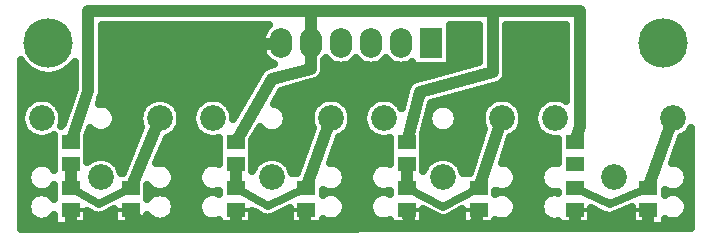
<source format=gbl>
G04 DipTrace 3.2.0.1*
G04 WellMonitor.gbl*
%MOIN*%
G04 #@! TF.FileFunction,Copper,L2,Bot*
G04 #@! TF.Part,Single*
G04 #@! TA.AperFunction,Conductor*
%ADD13C,0.04*%
G04 #@! TA.AperFunction,CopperBalancing*
%ADD14C,0.025*%
G04 #@! TA.AperFunction,Conductor*
%ADD16C,0.008*%
G04 #@! TA.AperFunction,CopperBalancing*
%ADD17C,0.013*%
%ADD19R,0.059055X0.051181*%
G04 #@! TA.AperFunction,ComponentPad*
%ADD20C,0.085984*%
%ADD21R,0.074803X0.098425*%
%ADD22O,0.074803X0.098425*%
G04 #@! TA.AperFunction,ViaPad*
%ADD26C,0.165*%
%FSLAX26Y26*%
G04*
G70*
G90*
G75*
G01*
G04 Bottom*
%LPD*%
X593701Y716103D2*
D13*
X652061Y883748D1*
Y1149807D1*
X1393701D1*
X1999876D1*
X2289820D1*
Y766470D1*
X2273701Y716103D1*
X1713701D2*
X1758036Y881563D1*
X1999876Y946364D1*
Y1149807D1*
X1143701Y716103D2*
X1264230Y924864D1*
X1392373Y959200D1*
X1393701Y1043701D1*
Y1149807D1*
X1953701Y561103D2*
X2030551Y793347D1*
X1713701Y561103D2*
Y641299D1*
Y561103D2*
D14*
X1834206Y498852D1*
X1953701Y561103D1*
X1378701D2*
D13*
X1460551Y793347D1*
X1143701Y641299D2*
Y561103D1*
D14*
X1249416Y500067D1*
X1378701Y561103D1*
X2518701D2*
D13*
X2600551Y793347D1*
X2273701Y561103D2*
D14*
X2389595Y506660D1*
X2518701Y561103D1*
X1293701Y1043701D2*
D13*
X966458Y1011067D1*
X956065Y451128D1*
X900851Y435538D1*
X854730D1*
X796268Y469316D1*
X792370Y492701D1*
X793701Y486299D1*
X593701D2*
Y433454D1*
X793701D1*
Y486299D1*
X2518701D2*
Y435538D1*
X2273701D1*
X1940826D1*
X1723462D1*
X1370273D1*
X1143701D1*
X900851D1*
X2273701Y486299D2*
Y435538D1*
X1953701Y486299D2*
X1940826Y435538D1*
X1713701Y486299D2*
X1723462Y435538D1*
X1378701Y486299D2*
X1370273Y435538D1*
X1143701Y486299D2*
Y435538D1*
X793701Y561103D2*
D16*
X890551Y793347D1*
X593701Y641299D2*
Y561103D1*
X793701D2*
D13*
X890551Y793347D1*
X593701Y561103D2*
D14*
X686488Y507007D1*
X793701Y561103D1*
X593701Y641299D2*
D13*
Y561103D1*
D26*
X518701Y1043701D3*
X2568701D3*
X700075Y1086595D2*
D14*
X1236532D1*
X1859098D2*
X1951883D1*
X2047885D2*
X2241827D1*
X700075Y1061726D2*
X1228601D1*
X1859098D2*
X1951883D1*
X2047885D2*
X2241827D1*
X700075Y1036857D2*
X1228314D1*
X1859098D2*
X1951883D1*
X2047885D2*
X2241827D1*
X700075Y1011988D2*
X1231544D1*
X1859098D2*
X1951883D1*
X2047885D2*
X2241827D1*
X700075Y987120D2*
X1247010D1*
X1859098D2*
X1951883D1*
X2047885D2*
X2241827D1*
X428934Y962251D2*
X445285D1*
X700075D2*
X1235814D1*
X1440438D2*
X1880868D1*
X2047885D2*
X2241827D1*
X428934Y937382D2*
X497210D1*
X540175D2*
X604073D1*
X700075D2*
X1216401D1*
X1434804D2*
X1788072D1*
X2046988D2*
X2241827D1*
X428934Y912513D2*
X604073D1*
X700075D2*
X1202047D1*
X1396444D2*
X1722188D1*
X2032778D2*
X2241827D1*
X428898Y887645D2*
X602745D1*
X700075D2*
X1187693D1*
X1303611D2*
X1710059D1*
X1959036D2*
X2241827D1*
X428898Y862776D2*
X594097D1*
X695446D2*
X1173340D1*
X1283408D2*
X1703385D1*
X1866204D2*
X2241827D1*
X428898Y837907D2*
X442343D1*
X551371D2*
X585413D1*
X716869D2*
X836028D1*
X945056D2*
X1012327D1*
X1121356D2*
X1158986D1*
X1286889D2*
X1406049D1*
X1515077D2*
X1582348D1*
X1795942D2*
X1810535D1*
X1856874D2*
X1976033D1*
X2085061D2*
X2152332D1*
X741198Y813038D2*
X822464D1*
X958657D2*
X998763D1*
X1311219D2*
X1392448D1*
X1528641D2*
X1568747D1*
X1881203D2*
X1962469D1*
X2098661D2*
X2138768D1*
X745038Y788170D2*
X819773D1*
X961348D2*
X996072D1*
X1315058D2*
X1389757D1*
X1531332D2*
X1566056D1*
X1885043D2*
X1959742D1*
X2101353D2*
X2136041D1*
X735062Y763301D2*
X826232D1*
X954602D2*
X1002818D1*
X1305047D2*
X1396503D1*
X1524586D2*
X1572802D1*
X1775955D2*
X1792342D1*
X1875067D2*
X1966488D1*
X2094606D2*
X2142787D1*
X428862Y738432D2*
X453431D1*
X652170D2*
X815861D1*
X933968D2*
X1023415D1*
X1211640D2*
X1390439D1*
X1503989D2*
X1593400D1*
X1771218D2*
X1961966D1*
X2073973D2*
X2163420D1*
X2643993D2*
X2658514D1*
X428827Y713563D2*
X536180D1*
X651237D2*
X805491D1*
X909065D2*
X1086177D1*
X1201234D2*
X1381683D1*
X1483176D2*
X1656161D1*
X1771218D2*
X1953713D1*
X2054560D2*
X2216170D1*
X2623180D2*
X2658514D1*
X428827Y688694D2*
X536180D1*
X651237D2*
X795120D1*
X898694D2*
X1086177D1*
X1201234D2*
X1372927D1*
X1474420D2*
X1656161D1*
X1771218D2*
X1945496D1*
X2046342D2*
X2216170D1*
X2614425D2*
X2658478D1*
X428827Y663826D2*
X536180D1*
X651237D2*
X678640D1*
X708759D2*
X784750D1*
X888324D2*
X1086177D1*
X1201234D2*
X1248625D1*
X1278779D2*
X1364172D1*
X1465664D2*
X1656161D1*
X1771218D2*
X1818645D1*
X1848764D2*
X1937278D1*
X2038125D2*
X2216170D1*
X2605633D2*
X2658478D1*
X428791Y638957D2*
X469651D1*
X749954D2*
X774379D1*
X917749D2*
X1039635D1*
X1319939D2*
X1355380D1*
X1487769D2*
X1609655D1*
X1889959D2*
X1929025D1*
X2057753D2*
X2179640D1*
X2627738D2*
X2658478D1*
X428791Y614088D2*
X448479D1*
X938920D2*
X1018499D1*
X1332390D2*
X1346624D1*
X1508905D2*
X1588484D1*
X1902411D2*
X1920807D1*
X2078925D2*
X2158504D1*
X428791Y589219D2*
X445788D1*
X941648D2*
X1015772D1*
X1511632D2*
X1585757D1*
X2081616D2*
X2155777D1*
X428755Y564351D2*
X457199D1*
X930200D2*
X1027219D1*
X1500185D2*
X1597204D1*
X2070205D2*
X2167224D1*
X2640190D2*
X2658443D1*
X428755Y539482D2*
X467928D1*
X919471D2*
X1037913D1*
X1489491D2*
X1607933D1*
X2059476D2*
X2177917D1*
X2629460D2*
X2658407D1*
X428755Y514613D2*
X448084D1*
X939315D2*
X1018105D1*
X1509299D2*
X1588089D1*
X2079320D2*
X2158109D1*
X428719Y489744D2*
X445931D1*
X941468D2*
X1015952D1*
X1511452D2*
X1585936D1*
X2081473D2*
X2155956D1*
X428719Y464876D2*
X458132D1*
X651237D2*
X736163D1*
X929267D2*
X1028152D1*
X1201234D2*
X1232584D1*
X1266256D2*
X1321182D1*
X1499252D2*
X1598137D1*
X1771218D2*
X1814698D1*
X1853716D2*
X1896191D1*
X2069272D2*
X2168157D1*
X2331227D2*
X2461187D1*
X2639257D2*
X2658371D1*
X428719Y440007D2*
X536180D1*
X651237D2*
X736163D1*
X851219D2*
X1086177D1*
X1201234D2*
X1321182D1*
X1436239D2*
X1656161D1*
X1771218D2*
X1896191D1*
X2011212D2*
X2216170D1*
X2331227D2*
X2461187D1*
X2576244D2*
X2658371D1*
X848729Y570747D2*
Y523833D1*
X853199Y529973D1*
X858649Y535424D1*
X864885Y539955D1*
X871753Y543454D1*
X879084Y545836D1*
X886697Y547042D1*
X894405D1*
X902019Y545836D1*
X909350Y543454D1*
X916218Y539955D1*
X922454Y535424D1*
X927904Y529973D1*
X932435Y523737D1*
X935934Y516869D1*
X938316Y509538D1*
X939522Y501925D1*
Y494217D1*
X938316Y486604D1*
X935934Y479273D1*
X932435Y472405D1*
X927904Y466169D1*
X922454Y460718D1*
X916218Y456188D1*
X909350Y452688D1*
X902019Y450306D1*
X894405Y449100D1*
X886697D1*
X879084Y450306D1*
X871753Y452688D1*
X864885Y456188D1*
X858649Y460718D1*
X853199Y466169D1*
X848727Y472317D1*
X848729Y435209D1*
X738673D1*
Y490779D1*
X700892Y471842D1*
X695214Y470022D1*
X689320Y469112D1*
X683358Y469136D1*
X677472Y470092D1*
X671808Y471957D1*
X659413Y478805D1*
X648718Y485041D1*
X648729Y435209D1*
X538674D1*
Y472306D1*
X534203Y466169D1*
X528753Y460718D1*
X522517Y456188D1*
X515649Y452688D1*
X508318Y450306D1*
X500705Y449100D1*
X492997D1*
X485383Y450306D1*
X478052Y452688D1*
X471184Y456188D1*
X464948Y460718D1*
X459498Y466169D1*
X454967Y472405D1*
X451468Y479273D1*
X449086Y486604D1*
X447880Y494217D1*
Y501925D1*
X449086Y509538D1*
X451468Y516869D1*
X454967Y523737D1*
X459498Y529973D1*
X464948Y535424D1*
X471184Y539955D1*
X478052Y543454D1*
X485383Y545836D1*
X492997Y547042D1*
X500705D1*
X508318Y545836D1*
X515649Y543454D1*
X522517Y539955D1*
X528753Y535424D1*
X534203Y529973D1*
X538675Y523825D1*
X538674Y570764D1*
X534203Y564594D1*
X528753Y559144D1*
X522517Y554613D1*
X515649Y551113D1*
X508318Y548731D1*
X500705Y547526D1*
X492997D1*
X485383Y548731D1*
X478052Y551113D1*
X471184Y554613D1*
X464948Y559144D1*
X459498Y564594D1*
X454967Y570830D1*
X451468Y577698D1*
X449086Y585029D1*
X447880Y592642D1*
Y600350D1*
X449086Y607964D1*
X451468Y615294D1*
X454967Y622162D1*
X459498Y628398D1*
X464948Y633849D1*
X471184Y638380D1*
X478052Y641879D1*
X485383Y644261D1*
X492997Y645467D1*
X500705D1*
X508318Y644261D1*
X515649Y641879D1*
X522517Y638380D1*
X528753Y633849D1*
X534203Y628398D1*
X538675Y622250D1*
X538674Y739113D1*
X532638Y734948D1*
X523061Y730068D1*
X512840Y726747D1*
X502224Y725066D1*
X491477D1*
X480861Y726747D1*
X470640Y730068D1*
X461064Y734948D1*
X452369Y741265D1*
X444769Y748865D1*
X438451Y757560D1*
X433572Y767136D1*
X430251Y777358D1*
X428570Y787973D1*
Y798720D1*
X430251Y809336D1*
X433572Y819557D1*
X438451Y829134D1*
X444769Y837829D1*
X452369Y845428D1*
X461064Y851746D1*
X470640Y856625D1*
X480861Y859946D1*
X491477Y861628D1*
X502224D1*
X512840Y859946D1*
X523061Y856625D1*
X532638Y851746D1*
X541333Y845428D1*
X548932Y837829D1*
X555250Y829134D1*
X560129Y819557D1*
X563450Y809336D1*
X565132Y798720D1*
Y787973D1*
X563450Y777358D1*
X560151Y767195D1*
X565831Y774440D1*
X606567Y891460D1*
X606560Y980887D1*
X600825Y973561D1*
X595069Y967333D1*
X588841Y961577D1*
X582182Y956327D1*
X575131Y951616D1*
X567732Y947472D1*
X560031Y943922D1*
X552075Y940987D1*
X543913Y938685D1*
X535596Y937031D1*
X527175Y936034D1*
X518701Y935701D1*
X510227Y936034D1*
X501806Y937031D1*
X493489Y938685D1*
X485327Y940987D1*
X477371Y943922D1*
X469670Y947472D1*
X462271Y951616D1*
X455220Y956327D1*
X448561Y961577D1*
X442333Y967333D1*
X436577Y973561D1*
X431327Y980220D1*
X426470Y987531D1*
X426204Y426175D1*
X2660870Y426201D1*
X2661019Y761193D1*
X2655963Y753088D1*
X2648983Y744915D1*
X2640810Y737935D1*
X2631646Y732320D1*
X2626467Y729959D1*
X2596697Y645467D1*
X2604405D1*
X2612019Y644261D1*
X2619350Y641879D1*
X2626218Y638380D1*
X2632454Y633849D1*
X2637904Y628398D1*
X2642435Y622162D1*
X2645934Y615294D1*
X2648316Y607964D1*
X2649522Y600350D1*
Y592642D1*
X2648316Y585029D1*
X2645934Y577698D1*
X2642435Y570830D1*
X2637904Y564594D1*
X2632454Y559144D1*
X2626218Y554613D1*
X2619350Y551113D1*
X2612019Y548731D1*
X2604405Y547526D1*
X2596697D1*
X2589084Y548731D1*
X2581753Y551113D1*
X2574885Y554613D1*
X2573720Y555391D1*
X2573729Y539240D1*
X2578250Y541839D1*
X2585372Y544789D1*
X2592867Y546588D1*
X2600551Y547193D1*
X2608236Y546588D1*
X2615731Y544789D1*
X2622852Y541839D1*
X2629425Y537812D1*
X2635286Y532806D1*
X2640292Y526944D1*
X2644319Y520372D1*
X2647269Y513251D1*
X2649069Y505755D1*
X2649673Y498071D1*
X2649069Y490387D1*
X2647269Y482892D1*
X2644319Y475770D1*
X2640292Y469198D1*
X2635286Y463337D1*
X2629425Y458331D1*
X2622852Y454303D1*
X2615731Y451353D1*
X2608236Y449554D1*
X2600551Y448949D1*
X2592867Y449554D1*
X2585372Y451353D1*
X2578250Y454303D1*
X2573720Y456966D1*
X2573729Y435209D1*
X2463674D1*
Y496664D1*
X2401567Y470595D1*
X2395778Y469167D1*
X2389836Y468661D1*
X2383889Y469091D1*
X2378082Y470446D1*
X2365123Y476172D1*
X2328714Y493276D1*
X2328729Y435209D1*
X2218674D1*
Y450388D1*
X2210705Y449100D1*
X2202997D1*
X2195383Y450306D1*
X2188052Y452688D1*
X2181184Y456188D1*
X2174948Y460718D1*
X2169498Y466169D1*
X2164967Y472405D1*
X2161468Y479273D1*
X2159086Y486604D1*
X2157880Y494217D1*
Y501925D1*
X2159086Y509538D1*
X2161468Y516869D1*
X2164967Y523737D1*
X2169498Y529973D1*
X2174948Y535424D1*
X2181184Y539955D1*
X2188052Y543454D1*
X2195383Y545836D1*
X2202997Y547042D1*
X2210705D1*
X2218680Y545734D1*
X2218674Y548803D1*
X2210705Y547526D1*
X2202997D1*
X2195383Y548731D1*
X2188052Y551113D1*
X2181184Y554613D1*
X2174948Y559144D1*
X2169498Y564594D1*
X2164967Y570830D1*
X2161468Y577698D1*
X2159086Y585029D1*
X2157880Y592642D1*
Y600350D1*
X2159086Y607964D1*
X2161468Y615294D1*
X2164967Y622162D1*
X2169498Y628398D1*
X2174948Y633849D1*
X2181184Y638380D1*
X2188052Y641879D1*
X2195383Y644261D1*
X2202997Y645467D1*
X2210705D1*
X2218680Y644159D1*
X2218674Y725907D1*
X2212224Y725066D1*
X2201477D1*
X2190861Y726747D1*
X2180640Y730068D1*
X2171064Y734948D1*
X2162369Y741265D1*
X2154769Y748865D1*
X2148451Y757560D1*
X2143572Y767136D1*
X2140251Y777358D1*
X2138570Y787973D1*
Y798720D1*
X2140251Y809336D1*
X2143572Y819557D1*
X2148451Y829134D1*
X2154769Y837829D1*
X2162369Y845428D1*
X2171064Y851746D1*
X2180640Y856625D1*
X2190861Y859946D1*
X2201477Y861628D1*
X2212224D1*
X2222840Y859946D1*
X2233061Y856625D1*
X2242638Y851746D1*
X2244332Y850614D1*
X2244320Y1104320D1*
X2045341Y1104307D1*
X2045376Y946364D1*
X2044816Y939246D1*
X2043149Y932303D1*
X2040416Y925707D1*
X2036686Y919619D1*
X2032049Y914190D1*
X2026620Y909553D1*
X2020532Y905823D1*
X2013922Y903087D1*
X1795191Y844414D1*
X1768727Y745664D1*
X1768729Y618146D1*
X1772674Y627591D1*
X1778290Y636755D1*
X1785270Y644928D1*
X1793442Y651908D1*
X1802606Y657523D1*
X1812536Y661636D1*
X1822986Y664145D1*
X1833701Y664988D1*
X1844416Y664145D1*
X1854866Y661636D1*
X1864796Y657523D1*
X1873960Y651908D1*
X1882132Y644928D1*
X1889112Y636755D1*
X1894728Y627591D1*
X1898841Y617662D1*
X1900362Y612176D1*
X1922680Y612193D1*
X1971278Y759054D1*
X1967273Y767136D1*
X1963952Y777358D1*
X1962270Y787973D1*
Y798720D1*
X1963952Y809336D1*
X1967273Y819557D1*
X1972152Y829134D1*
X1978470Y837829D1*
X1986069Y845428D1*
X1994764Y851746D1*
X2004341Y856625D1*
X2014562Y859946D1*
X2025178Y861628D1*
X2035925D1*
X2046541Y859946D1*
X2056762Y856625D1*
X2066338Y851746D1*
X2075033Y845428D1*
X2082633Y837829D1*
X2088951Y829134D1*
X2093830Y819557D1*
X2097151Y809336D1*
X2098832Y798720D1*
Y787973D1*
X2097151Y777358D1*
X2093830Y767136D1*
X2088951Y757560D1*
X2082633Y748865D1*
X2075033Y741265D1*
X2066338Y734948D1*
X2057697Y730499D1*
X2029591Y645610D1*
X2038236Y645014D1*
X2045731Y643214D1*
X2052852Y640264D1*
X2059425Y636237D1*
X2065286Y631231D1*
X2070292Y625369D1*
X2074319Y618797D1*
X2077269Y611676D1*
X2079069Y604181D1*
X2079673Y596496D1*
X2079069Y588812D1*
X2077269Y581317D1*
X2074319Y574195D1*
X2070292Y567623D1*
X2065286Y561762D1*
X2059425Y556756D1*
X2052852Y552728D1*
X2045731Y549778D1*
X2038236Y547979D1*
X2030551Y547374D1*
X2022867Y547979D1*
X2015372Y549778D1*
X2008729Y552507D1*
Y542111D1*
X2015372Y544789D1*
X2022867Y546588D1*
X2030551Y547193D1*
X2038236Y546588D1*
X2045731Y544789D1*
X2052852Y541839D1*
X2059425Y537812D1*
X2065286Y532806D1*
X2070292Y526944D1*
X2074319Y520372D1*
X2077269Y513251D1*
X2079069Y505755D1*
X2079673Y498071D1*
X2079069Y490387D1*
X2077269Y482892D1*
X2074319Y475770D1*
X2070292Y469198D1*
X2065286Y463337D1*
X2059425Y458331D1*
X2052852Y454303D1*
X2045731Y451353D1*
X2038236Y449554D1*
X2030551Y448949D1*
X2022867Y449554D1*
X2015372Y451353D1*
X2008729Y454082D1*
Y435209D1*
X1898674D1*
Y489588D1*
X1849065Y463877D1*
X1843410Y461983D1*
X1837530Y460997D1*
X1831567Y460944D1*
X1825669Y461823D1*
X1819982Y463615D1*
X1800442Y473523D1*
X1768720Y489910D1*
X1768729Y435209D1*
X1658674D1*
Y454062D1*
X1652030Y451353D1*
X1644535Y449554D1*
X1636851Y448949D1*
X1629166Y449554D1*
X1621671Y451353D1*
X1614550Y454303D1*
X1607977Y458331D1*
X1602116Y463337D1*
X1597110Y469198D1*
X1593083Y475770D1*
X1590133Y482892D1*
X1588333Y490387D1*
X1587729Y498071D1*
X1588333Y505755D1*
X1590133Y513251D1*
X1593083Y520372D1*
X1597110Y526944D1*
X1602116Y532806D1*
X1607977Y537812D1*
X1614550Y541839D1*
X1621671Y544789D1*
X1629166Y546588D1*
X1636851Y547193D1*
X1644535Y546588D1*
X1652030Y544789D1*
X1658673Y542060D1*
X1658674Y552463D1*
X1652030Y549778D1*
X1644535Y547979D1*
X1636851Y547374D1*
X1629166Y547979D1*
X1621671Y549778D1*
X1614550Y552728D1*
X1607977Y556756D1*
X1602116Y561762D1*
X1597110Y567623D1*
X1593083Y574195D1*
X1590133Y581317D1*
X1588333Y588812D1*
X1587729Y596496D1*
X1588333Y604181D1*
X1590133Y611676D1*
X1593083Y618797D1*
X1597110Y625369D1*
X1602116Y631231D1*
X1607977Y636237D1*
X1614550Y640264D1*
X1621671Y643214D1*
X1629166Y645014D1*
X1636851Y645618D1*
X1644535Y645014D1*
X1652030Y643214D1*
X1658673Y640485D1*
Y728419D1*
X1652840Y726747D1*
X1642224Y725066D1*
X1631477D1*
X1620861Y726747D1*
X1610640Y730068D1*
X1601064Y734948D1*
X1592369Y741265D1*
X1584769Y748865D1*
X1578451Y757560D1*
X1573572Y767136D1*
X1570251Y777358D1*
X1568570Y787973D1*
Y798720D1*
X1570251Y809336D1*
X1573572Y819557D1*
X1578451Y829134D1*
X1584769Y837829D1*
X1592369Y845428D1*
X1601064Y851746D1*
X1610640Y856625D1*
X1620861Y859946D1*
X1631477Y861628D1*
X1642224D1*
X1652840Y859946D1*
X1663061Y856625D1*
X1672638Y851746D1*
X1681333Y845428D1*
X1688932Y837829D1*
X1695250Y829134D1*
X1696348Y827172D1*
X1714409Y894486D1*
X1716968Y901152D1*
X1720538Y907335D1*
X1725031Y912883D1*
X1730337Y917661D1*
X1736325Y921550D1*
X1742847Y924454D1*
X1772879Y932646D1*
X1954402Y981284D1*
X1954375Y1104290D1*
X1856590Y1104307D1*
X1856603Y968988D1*
X1730800D1*
X1730674Y981002D1*
X1722258Y975844D1*
X1713139Y972067D1*
X1703541Y969763D1*
X1693701Y968988D1*
X1683861Y969763D1*
X1674263Y972067D1*
X1665144Y975844D1*
X1656728Y981002D1*
X1649223Y987412D1*
X1643732Y993751D1*
X1638179Y987412D1*
X1630674Y981002D1*
X1622258Y975844D1*
X1613139Y972067D1*
X1603541Y969763D1*
X1593701Y968988D1*
X1583861Y969763D1*
X1574263Y972067D1*
X1565144Y975844D1*
X1556728Y981002D1*
X1549223Y987412D1*
X1543732Y993751D1*
X1538179Y987412D1*
X1530674Y981002D1*
X1522258Y975844D1*
X1513139Y972067D1*
X1503541Y969763D1*
X1493701Y968988D1*
X1483861Y969763D1*
X1474263Y972067D1*
X1465144Y975844D1*
X1456728Y981002D1*
X1449223Y987412D1*
X1443732Y993751D1*
X1438323Y987568D1*
X1437671Y954917D1*
X1436443Y947884D1*
X1434131Y941129D1*
X1430790Y934819D1*
X1426503Y929110D1*
X1421375Y924141D1*
X1415534Y920036D1*
X1409122Y916895D1*
X1395276Y912872D1*
X1294238Y885799D1*
X1269024Y842167D1*
X1275168Y841111D1*
X1282499Y838730D1*
X1289367Y835230D1*
X1295603Y830699D1*
X1301054Y825249D1*
X1305584Y819013D1*
X1309084Y812145D1*
X1311466Y804814D1*
X1312672Y797201D1*
Y789493D1*
X1311466Y781879D1*
X1309084Y774548D1*
X1305584Y767680D1*
X1301054Y761444D1*
X1295603Y755994D1*
X1289367Y751463D1*
X1282499Y747964D1*
X1275168Y745582D1*
X1267555Y744376D1*
X1259847D1*
X1252234Y745582D1*
X1244903Y747964D1*
X1238035Y751463D1*
X1231799Y755994D1*
X1226348Y761444D1*
X1224082Y764320D1*
X1198726Y720409D1*
X1198729Y618145D1*
X1202674Y627591D1*
X1208290Y636755D1*
X1215270Y644928D1*
X1223442Y651908D1*
X1232606Y657523D1*
X1242536Y661636D1*
X1252986Y664145D1*
X1263701Y664988D1*
X1274416Y664145D1*
X1284866Y661636D1*
X1294796Y657523D1*
X1303960Y651908D1*
X1312132Y644928D1*
X1319112Y636755D1*
X1324728Y627591D1*
X1328841Y617662D1*
X1330362Y612176D1*
X1348469Y612193D1*
X1400615Y760168D1*
X1397273Y767136D1*
X1393952Y777358D1*
X1392270Y787973D1*
Y798720D1*
X1393952Y809336D1*
X1397273Y819557D1*
X1402152Y829134D1*
X1408470Y837829D1*
X1416069Y845428D1*
X1424764Y851746D1*
X1434341Y856625D1*
X1444562Y859946D1*
X1455178Y861628D1*
X1465925D1*
X1476541Y859946D1*
X1486762Y856625D1*
X1496338Y851746D1*
X1505033Y845428D1*
X1512633Y837829D1*
X1518951Y829134D1*
X1523830Y819557D1*
X1527151Y809336D1*
X1528832Y798720D1*
Y787973D1*
X1527151Y777358D1*
X1523830Y767136D1*
X1518951Y757560D1*
X1512633Y748865D1*
X1505033Y741265D1*
X1496338Y734948D1*
X1486762Y730068D1*
X1486467Y729959D1*
X1456697Y645467D1*
X1464405D1*
X1472019Y644261D1*
X1479350Y641879D1*
X1486218Y638380D1*
X1492454Y633849D1*
X1497904Y628398D1*
X1502435Y622162D1*
X1505934Y615294D1*
X1508316Y607964D1*
X1509522Y600350D1*
Y592642D1*
X1508316Y585029D1*
X1505934Y577698D1*
X1502435Y570830D1*
X1497904Y564594D1*
X1492454Y559144D1*
X1486218Y554613D1*
X1479350Y551113D1*
X1472019Y548731D1*
X1464405Y547526D1*
X1456697D1*
X1449084Y548731D1*
X1441753Y551113D1*
X1434885Y554613D1*
X1433720Y555391D1*
X1433729Y539241D1*
X1438250Y541839D1*
X1445372Y544789D1*
X1452867Y546588D1*
X1460551Y547193D1*
X1468236Y546588D1*
X1475731Y544789D1*
X1482852Y541839D1*
X1489425Y537812D1*
X1495286Y532806D1*
X1500292Y526944D1*
X1504319Y520372D1*
X1507269Y513251D1*
X1509069Y505755D1*
X1509673Y498071D1*
X1509069Y490387D1*
X1507269Y482892D1*
X1504319Y475770D1*
X1500292Y469198D1*
X1495286Y463337D1*
X1489425Y458331D1*
X1482852Y454303D1*
X1475731Y451353D1*
X1468236Y449554D1*
X1460551Y448949D1*
X1452867Y449554D1*
X1445372Y451353D1*
X1438250Y454303D1*
X1433720Y456966D1*
X1433729Y435209D1*
X1323674D1*
Y493104D1*
X1262893Y464537D1*
X1257169Y462866D1*
X1251254Y462112D1*
X1245294Y462291D1*
X1239435Y463401D1*
X1233822Y465414D1*
X1214505Y476345D1*
X1198749Y485441D1*
X1198729Y435209D1*
X1088673D1*
Y454062D1*
X1082030Y451353D1*
X1074535Y449554D1*
X1066851Y448949D1*
X1059166Y449554D1*
X1051671Y451353D1*
X1044550Y454303D1*
X1037977Y458331D1*
X1032116Y463337D1*
X1027110Y469198D1*
X1023083Y475770D1*
X1020133Y482892D1*
X1018333Y490387D1*
X1017729Y498071D1*
X1018333Y505755D1*
X1020133Y513251D1*
X1023083Y520372D1*
X1027110Y526944D1*
X1032116Y532806D1*
X1037977Y537812D1*
X1044550Y541839D1*
X1051671Y544789D1*
X1059166Y546588D1*
X1066851Y547193D1*
X1074535Y546588D1*
X1082030Y544789D1*
X1088673Y542060D1*
Y552463D1*
X1082030Y549778D1*
X1074535Y547979D1*
X1066851Y547374D1*
X1059166Y547979D1*
X1051671Y549778D1*
X1044550Y552728D1*
X1037977Y556756D1*
X1032116Y561762D1*
X1027110Y567623D1*
X1023083Y574195D1*
X1020133Y581317D1*
X1018333Y588812D1*
X1017729Y596496D1*
X1018333Y604181D1*
X1020133Y611676D1*
X1023083Y618797D1*
X1027110Y625369D1*
X1032116Y631231D1*
X1037977Y636237D1*
X1044550Y640264D1*
X1051671Y643214D1*
X1059166Y645014D1*
X1066851Y645618D1*
X1074535Y645014D1*
X1082030Y643214D1*
X1088673Y640485D1*
X1088674Y728419D1*
X1082840Y726747D1*
X1072224Y725066D1*
X1061477D1*
X1050861Y726747D1*
X1040640Y730068D1*
X1031064Y734948D1*
X1022369Y741265D1*
X1014769Y748865D1*
X1008451Y757560D1*
X1003572Y767136D1*
X1000251Y777358D1*
X998570Y787973D1*
Y798720D1*
X1000251Y809336D1*
X1003572Y819557D1*
X1008451Y829134D1*
X1014769Y837829D1*
X1022369Y845428D1*
X1031064Y851746D1*
X1040640Y856625D1*
X1050861Y859946D1*
X1061477Y861628D1*
X1072224D1*
X1082840Y859946D1*
X1093061Y856625D1*
X1102638Y851746D1*
X1111333Y845428D1*
X1118932Y837829D1*
X1125250Y829134D1*
X1130129Y819557D1*
X1133450Y809336D1*
X1135132Y798720D1*
X1135312Y792570D1*
X1226732Y950635D1*
X1231225Y956184D1*
X1236531Y960961D1*
X1242519Y964850D1*
X1249042Y967754D1*
X1270166Y973559D1*
X1263378Y976780D1*
X1257161Y980690D1*
X1251441Y985299D1*
X1246298Y990543D1*
X1241802Y996350D1*
X1238013Y1002642D1*
X1234983Y1009333D1*
X1232754Y1016332D1*
X1231356Y1023542D1*
X1230806Y1031893D1*
X1230960Y1059997D1*
X1231910Y1067280D1*
X1233703Y1074403D1*
X1236314Y1081268D1*
X1239708Y1087782D1*
X1243837Y1093856D1*
X1248647Y1099407D1*
X1254010Y1104309D1*
X697584Y1104307D1*
X697420Y880178D1*
X696303Y873126D1*
X692011Y860114D1*
X685629Y841780D1*
X693701Y842469D1*
X701385Y841864D1*
X708881Y840065D1*
X716002Y837115D1*
X722574Y833087D1*
X728436Y828081D1*
X733442Y822220D1*
X737469Y815648D1*
X740419Y808526D1*
X742218Y801031D1*
X742823Y793347D1*
X742218Y785662D1*
X740419Y778167D1*
X737469Y771046D1*
X733442Y764473D1*
X728436Y758612D1*
X722574Y753606D1*
X716002Y749579D1*
X708881Y746629D1*
X701385Y744829D1*
X693701Y744225D1*
X686017Y744829D1*
X678521Y746629D1*
X671400Y749579D1*
X664828Y753606D1*
X658966Y758612D1*
X657299Y760416D1*
X648727Y735773D1*
X648729Y648145D1*
X653442Y651908D1*
X662606Y657523D1*
X672536Y661636D1*
X682986Y664145D1*
X693701Y664988D1*
X704416Y664145D1*
X714866Y661636D1*
X724796Y657523D1*
X733960Y651908D1*
X742132Y644928D1*
X749112Y636755D1*
X754728Y627591D1*
X758841Y617662D1*
X760362Y612176D1*
X765849Y612530D1*
X828844Y763589D1*
X825412Y772181D1*
X822903Y782632D1*
X822059Y793347D1*
X822903Y804061D1*
X825412Y814512D1*
X829524Y824441D1*
X835140Y833605D1*
X842120Y841778D1*
X850293Y848758D1*
X859457Y854374D1*
X869386Y858487D1*
X879837Y860996D1*
X890551Y861839D1*
X901266Y860996D1*
X911717Y858487D1*
X921646Y854374D1*
X930810Y848758D1*
X938983Y841778D1*
X945963Y833605D1*
X951578Y824441D1*
X955691Y814512D1*
X958200Y804061D1*
X959044Y793347D1*
X958200Y782632D1*
X955691Y772181D1*
X951578Y762252D1*
X945963Y753088D1*
X938983Y744915D1*
X930810Y737935D1*
X921646Y732320D1*
X912879Y728636D1*
X877507Y643852D1*
X882867Y645014D1*
X890551Y645618D1*
X898236Y645014D1*
X905731Y643214D1*
X912852Y640264D1*
X919425Y636237D1*
X925286Y631231D1*
X930292Y625369D1*
X934319Y618797D1*
X937269Y611676D1*
X939069Y604181D1*
X939673Y596496D1*
X939069Y588812D1*
X937269Y581317D1*
X934319Y574195D1*
X930292Y567623D1*
X925286Y561762D1*
X919425Y556756D1*
X912852Y552728D1*
X905731Y549778D1*
X898236Y547979D1*
X890551Y547374D1*
X882867Y547979D1*
X875372Y549778D1*
X868250Y552728D1*
X861678Y556756D1*
X855817Y561762D1*
X850811Y567623D1*
X848727Y570742D1*
X1882672Y789493D2*
X1881466Y781879D1*
X1879084Y774548D1*
X1875584Y767680D1*
X1871054Y761444D1*
X1865603Y755994D1*
X1859367Y751463D1*
X1852499Y747964D1*
X1845168Y745582D1*
X1837555Y744376D1*
X1829847D1*
X1822234Y745582D1*
X1814903Y747964D1*
X1808035Y751463D1*
X1801799Y755994D1*
X1796348Y761444D1*
X1791818Y767680D1*
X1788318Y774548D1*
X1785936Y781879D1*
X1784730Y789493D1*
Y797201D1*
X1785936Y804814D1*
X1788318Y812145D1*
X1791818Y819013D1*
X1796348Y825249D1*
X1801799Y830699D1*
X1808035Y835230D1*
X1814903Y838730D1*
X1822234Y841111D1*
X1829847Y842317D1*
X1837555D1*
X1845168Y841111D1*
X1852499Y838730D1*
X1859367Y835230D1*
X1865603Y830699D1*
X1871054Y825249D1*
X1875584Y819013D1*
X1879084Y812145D1*
X1881466Y804814D1*
X1882672Y797201D1*
Y789493D1*
X793701Y486299D2*
D17*
Y435245D1*
X738709Y486299D2*
X793701D1*
X1378701D2*
Y435245D1*
X1323709Y486299D2*
X1378701D1*
X1953701D2*
Y435245D1*
X1898709Y486299D2*
X1953701D1*
X2518701D2*
Y435245D1*
X2463709Y486299D2*
X2518701D1*
X1230835Y1043701D2*
X1293701D1*
X593701Y486299D2*
Y435245D1*
Y486299D2*
X648693D1*
X1143701D2*
Y435245D1*
Y486299D2*
X1198693D1*
X1713701D2*
Y435245D1*
Y486299D2*
X1768693D1*
X2273701D2*
Y435245D1*
Y486299D2*
X2328693D1*
D19*
X793701Y561103D3*
Y486299D3*
X1378701Y561103D3*
Y486299D3*
X1953701Y561103D3*
Y486299D3*
X2518701Y561103D3*
Y486299D3*
D20*
X693701Y596496D3*
X496851Y793347D3*
X890551D3*
X1263701Y596496D3*
X1066851Y793347D3*
X1460551D3*
X1833701Y596496D3*
X1636851Y793347D3*
X2030551D3*
X2403701Y596496D3*
X2206851Y793347D3*
X2600551D3*
D21*
X1793701Y1043701D3*
D22*
X1693701D3*
X1593701D3*
X1493701D3*
X1393701D3*
X1293701D3*
D19*
X593701Y486299D3*
Y561103D3*
Y641299D3*
Y716103D3*
X1143701Y641299D3*
Y716103D3*
Y486299D3*
Y561103D3*
X1713701Y641299D3*
Y716103D3*
Y486299D3*
Y561103D3*
X2273701Y641299D3*
Y716103D3*
Y486299D3*
Y561103D3*
M02*

</source>
